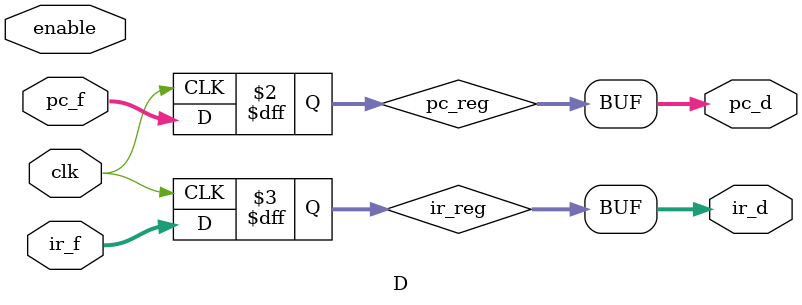
<source format=v>
`timescale 1ns / 1ps
`include "define.vh"


// Decode
module D(input wire clk, input wire enable, input wire [31:0] ir_f, input wire[31:0] pc_f, 
output wire [31:0] ir_d, output wire [31:0] pc_d);
    reg [31:0] pc_reg;
    reg [31:0] ir_reg;
    always @(posedge clk) begin
        // if (enable) begin
            pc_reg <= pc_f;
            ir_reg <= ir_f;
        // end
    end
    assign pc_d = pc_reg;
    assign ir_d = ir_reg;
endmodule

// // Decode
// module D(input wire [31:0] ir_f, input wire[31:0] pc_f, 
// output wire [31:0] ir_d, output wire [31:0] pc_d);
//     assign pc_d = pc_f;
//     assign ir_d = ir_f;
// endmodule

</source>
